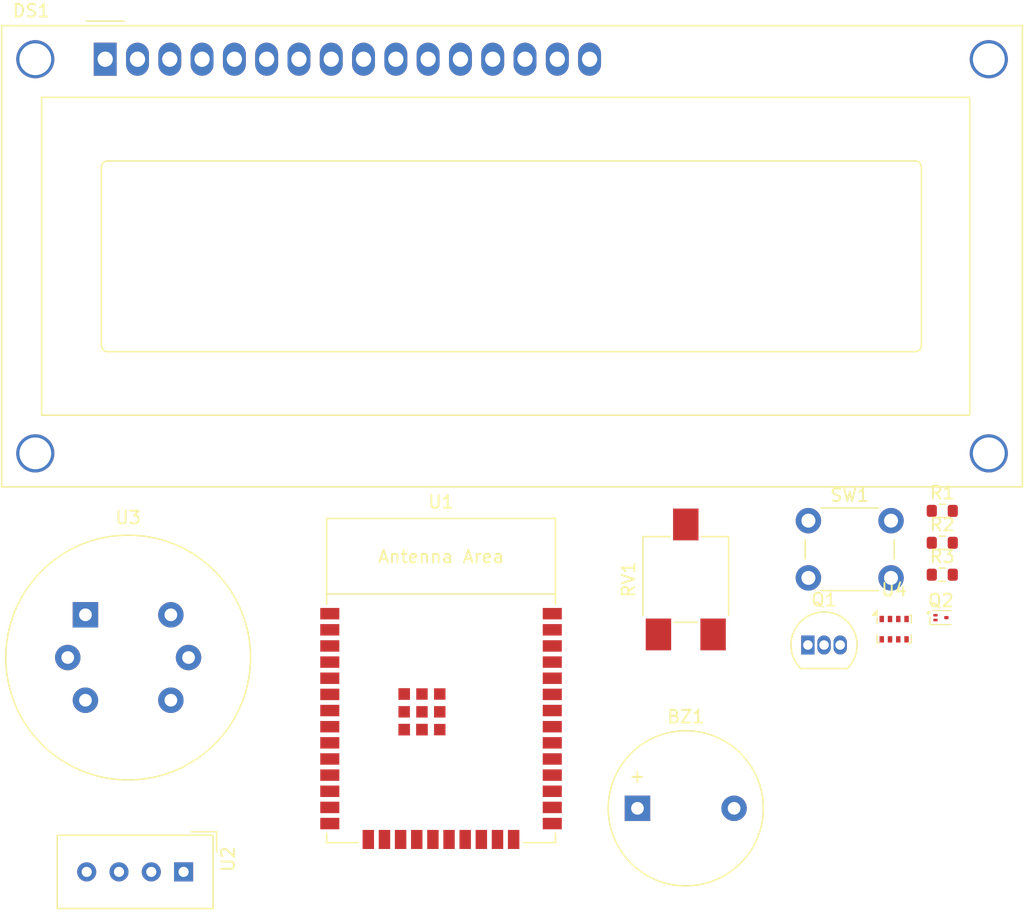
<source format=kicad_pcb>
(kicad_pcb (version 20240108) (generator "pcbnew") (generator_version "8.0")
  (layers (0 "F.Cu" signal) (31 "B.Cu" signal) (34 "B.Paste" user) (35 "F.Paste" user) (36 "B.SilkS" user "B.Silkscreen") (37 "F.SilkS" user "F.Silkscreen") (38 "B.Mask" user) (39 "F.Mask" user) (44 "Edge.Cuts" user))
  (net 0 "")
  (net 1 "GNDPWR")
  (net 2 "Net-(BZ1-+)")
  (net 3 "Net-(DS1-D4)")
  (net 4 "Net-(DS1-D7)")
  (net 6 "Net-(DS1-VDD)")
  (net 8 "Net-(DS1-VO)")
  (net 9 "Net-(DS1-D6)")
  (net 11 "Net-(DS1-D5)")
  (net 13 "Net-(DS1-R{slash}W)")
  (net 15 "Net-(DS1-E)")
  (net 16 "Net-(DS1-LED(+))")
  (net 17 "Net-(Q1-B)")
  (net 18 "Net-(Q2-B)")
  (net 19 "Net-(Q2-C)")
  (net 20 "Net-(U1-U0TXD{slash}GPIO1)")
  (net 21 "Net-(R1-Pad1)")
  (net 25 "Net-(U1-SENSOR_VP{slash}GPIO36{slash}ADC1_CH0)")
  (net 27 "Net-(U1-GPIO21)")
  (net 30 "Net-(U1-GPIO22)")
  (net 33 "Net-(U1-ADC2_CH0{slash}GPIO4)")
  (net 44 "Net-(U1-GPIO16)")
  (footprint "Button_Switch_THT:SW_PUSH_6mm" (layer "F.Cu") (at 164.145 105.375)
    (property "Reference" "SW1" (at 3.25 -2 0) (layer "F.SilkS"))
    (property "Value" "SW_Push")
    (fp_line (start -0.25 1.5) (end -0.25 3) (stroke (width 0.12)) (layer "F.SilkS"))
    (fp_line (start 1 5.5) (end 5.5 5.5) (stroke (width 0.12)) (layer "F.SilkS"))
    (fp_line (start 5.5 -1) (end 1 -1) (stroke (width 0.12)) (layer "F.SilkS"))
    (fp_line (start 6.75 3) (end 6.75 1.5) (stroke (width 0.12)) (layer "F.SilkS"))
    (pad "1" thru_hole circle (at 0 0 90) (size 2 2) (drill 1.1) (layers "*.Cu" "*.Mask") (net 6 "Net-(DS1-VDD)"))
    (pad "1" thru_hole circle (at 6.5 0 90) (size 2 2) (drill 1.1) (layers "*.Cu" "*.Mask") (net 6 "Net-(DS1-VDD)"))
    (pad "2" thru_hole circle (at 0 4.5 90) (size 2 2) (drill 1.1) (layers "*.Cu" "*.Mask") (net 21 "Net-(R1-Pad1)"))
    (pad "2" thru_hole circle (at 6.5 4.5 90) (size 2 2) (drill 1.1) (layers "*.Cu" "*.Mask") (net 21 "Net-(R1-Pad1)"))
  )
  (footprint "Package_TO_SOT_SMD:SOT-1123" (layer "F.Cu") (at 174.57 113)
    (property "Reference" "Q2" (at 0 -1.34 0) (layer "F.SilkS"))
    (property "Value" "BD249")
    (fp_line (start -0.86 -0.04) (end -0.86 0.55) (stroke (width 0.1)) (layer "F.SilkS"))
    (fp_line (start -0.86 0.55) (end 0.81 0.55) (stroke (width 0.1)) (layer "F.SilkS"))
    (fp_line (start 0.81 -0.55) (end -0.66 -0.55) (stroke (width 0.1)) (layer "F.SilkS"))
    (fp_circle (center -0.96 -0.39) (end -0.81 -0.39) (fill solid) (layer "F.SilkS"))
    (pad "1" smd roundrect (at -0.43 -0.19) (size 0.34 0.2) (layers "F.Cu" "F.Paste" "F.Mask") (net 18 "Net-(Q2-B)"))
    (pad "2" smd roundrect (at -0.43 0.19) (size 0.34 0.2) (layers "F.Cu" "F.Paste" "F.Mask") (net 19 "Net-(Q2-C)"))
    (pad "3" smd roundrect (at 0.43 0) (size 0.34 0.26) (layers "F.Cu" "F.Paste" "F.Mask") (net 1 "GNDPWR"))
  )
  (footprint "Sensor:MQ-6" (layer "F.Cu") (at 107.28 112.78)
    (property "Reference" "U3" (at 3.36 -7.64 0) (layer "F.SilkS"))
    (property "Value" "MQ-6")
    (fp_circle (center 3.36 3.36) (end 12.985 3.36) (stroke (width 0.12)) (fill none) (layer "F.SilkS"))
    (pad "1" thru_hole rect (at 0 0) (size 2 2) (drill 1) (layers "*.Cu" "*.Mask") (net 33 "Net-(U1-ADC2_CH0{slash}GPIO4)"))
    (pad "2" thru_hole circle (at -1.39 3.36) (size 2 2) (drill 1) (layers "*.Cu" "*.Mask") (net 6 "Net-(DS1-VDD)"))
    (pad "3" thru_hole circle (at 0 6.72 90) (size 2 2) (drill 1) (layers "*.Cu" "*.Mask"))
    (pad "4" thru_hole circle (at 6.72 6.72 180) (size 2 2) (drill 1) (layers "*.Cu" "*.Mask"))
    (pad "5" thru_hole circle (at 8.11 3.36) (size 2 2) (drill 1) (layers "*.Cu" "*.Mask") (net 1 "GNDPWR"))
    (pad "6" thru_hole circle (at 6.72 0 270) (size 2 2) (drill 1) (layers "*.Cu" "*.Mask") (net 25 "Net-(U1-SENSOR_VP{slash}GPIO36{slash}ADC1_CH0)"))
  )
  (footprint "Buzzer_Beeper:Buzzer_12x9.5RM7.6" (layer "F.Cu") (at 150.7 128)
    (property "Reference" "BZ1" (at 3.8 -7.2 0) (layer "F.SilkS"))
    (property "Value" "Buzzer")
    (fp_circle (center 3.8 0) (end 9.9 0) (stroke (width 0.12)) (fill none) (layer "F.SilkS"))
    (fp_text user "+" (at -0.01 -2.54 0) (layer "F.SilkS"))
    (pad "1" thru_hole rect (at 0 0) (size 2 2) (drill 1) (layers "*.Cu" "*.Mask") (net 2 "Net-(BZ1-+)"))
    (pad "2" thru_hole circle (at 7.6 0) (size 2 2) (drill 1) (layers "*.Cu" "*.Mask") (net 1 "GNDPWR"))
  )
  (footprint "Sensor:Aosong_DHT11_5.5x12.0_P2.54mm" (layer "F.Cu") (at 115 133 -90)
    (property "Reference" "U2" (at -1 -3.5 90) (layer "F.SilkS"))
    (property "Value" "DHT11")
    (fp_line (start -2.88 9.94) (end -2.88 -2.31) (stroke (width 0.12)) (layer "F.SilkS"))
    (fp_line (start 2.88 9.94) (end -2.88 9.94) (stroke (width 0.12)) (layer "F.SilkS"))
    (fp_line (start -2.87 -2.32) (end 2.87 -2.32) (stroke (width 0.12)) (layer "F.SilkS"))
    (fp_line (start 2.88 -2.32) (end 2.88 9.94) (stroke (width 0.12)) (layer "F.SilkS"))
    (fp_line (start -3.16 -2.6) (end -3.16 -0.6) (stroke (width 0.12)) (layer "F.SilkS"))
    (fp_line (start -3.16 -2.6) (end -1.55 -2.6) (stroke (width 0.12)) (layer "F.SilkS"))
    (pad "1" thru_hole rect (at 0 0 270) (size 1.5 1.5) (drill 0.8) (layers "*.Cu" "*.Mask") (net 6 "Net-(DS1-VDD)"))
    (pad "2" thru_hole circle (at 0 2.54 270) (size 1.5 1.5) (drill 0.8) (layers "*.Cu" "*.Mask") (net 44 "Net-(U1-GPIO16)"))
    (pad "3" thru_hole circle (at 0 5.08 270) (size 1.5 1.5) (drill 0.8) (layers "*.Cu" "*.Mask"))
    (pad "4" thru_hole circle (at 0 7.62 270) (size 1.5 1.5) (drill 0.8) (layers "*.Cu" "*.Mask") (net 1 "GNDPWR"))
  )
  (footprint "Resistor_SMD:R_0603_1608Metric" (layer "F.Cu") (at 174.675 104.605)
    (property "Reference" "R1" (at 0 -1.43 0) (layer "F.SilkS"))
    (property "Value" "100")
    (fp_line (start -0.237258 -0.5225) (end 0.237258 -0.5225) (stroke (width 0.12)) (layer "F.SilkS"))
    (fp_line (start -0.237258 0.5225) (end 0.237258 0.5225) (stroke (width 0.12)) (layer "F.SilkS"))
    (pad "1" smd roundrect (at -0.825 0) (size 0.8 0.95) (layers "F.Cu" "F.Paste" "F.Mask") (net 21 "Net-(R1-Pad1)"))
    (pad "2" smd roundrect (at 0.825 0) (size 0.8 0.95) (layers "F.Cu" "F.Paste" "F.Mask") (net 20 "Net-(U1-U0TXD{slash}GPIO1)"))
  )
  (footprint "Resistor_SMD:R_0603_1608Metric" (layer "F.Cu") (at 174.675 107.115)
    (property "Reference" "R2" (at 0 -1.43 0) (layer "F.SilkS"))
    (property "Value" "1000")
    (fp_line (start -0.237258 -0.5225) (end 0.237258 -0.5225) (stroke (width 0.12)) (layer "F.SilkS"))
    (fp_line (start -0.237258 0.5225) (end 0.237258 0.5225) (stroke (width 0.12)) (layer "F.SilkS"))
    (pad "1" smd roundrect (at -0.825 0) (size 0.8 0.95) (layers "F.Cu" "F.Paste" "F.Mask") (net 17 "Net-(Q1-B)"))
    (pad "2" smd roundrect (at 0.825 0) (size 0.8 0.95) (layers "F.Cu" "F.Paste" "F.Mask") (net 19 "Net-(Q2-C)"))
  )
  (footprint "Package_TO_SOT_THT:TO-92_Inline" (layer "F.Cu") (at 164.105 115.155)
    (property "Reference" "Q1" (at 1.27 -3.56 0) (layer "F.SilkS"))
    (property "Value" "2N3906")
    (fp_line (start -0.53 1.85) (end 3.07 1.85) (stroke (width 0.12)) (layer "F.SilkS"))
    (fp_arc (start -0.568478 1.838478) (mid -1.132087 -0.994977) (end 1.27 -2.6) (stroke (width 0.12)) (layer "F.SilkS"))
    (fp_arc (start 1.27 -2.6) (mid 3.672087 -0.994977) (end 3.108478 1.838478) (stroke (width 0.12)) (layer "F.SilkS"))
    (pad "1" thru_hole rect (at 0 0) (size 1.05 1.5) (drill 0.75) (layers "*.Cu" "*.Mask") (net 6 "Net-(DS1-VDD)"))
    (pad "2" thru_hole oval (at 1.27 0) (size 1.05 1.5) (drill 0.75) (layers "*.Cu" "*.Mask") (net 17 "Net-(Q1-B)"))
    (pad "3" thru_hole oval (at 2.54 0) (size 1.05 1.5) (drill 0.75) (layers "*.Cu" "*.Mask") (net 16 "Net-(DS1-LED(+))"))
  )
  (footprint "Resistor_SMD:R_0603_1608Metric" (layer "F.Cu") (at 174.675 109.625)
    (property "Reference" "R3" (at 0 -1.43 0) (layer "F.SilkS"))
    (property "Value" "10000")
    (fp_line (start -0.237258 -0.5225) (end 0.237258 -0.5225) (stroke (width 0.12)) (layer "F.SilkS"))
    (fp_line (start -0.237258 0.5225) (end 0.237258 0.5225) (stroke (width 0.12)) (layer "F.SilkS"))
    (pad "1" smd roundrect (at -0.825 0) (size 0.8 0.95) (layers "F.Cu" "F.Paste" "F.Mask") (net 19 "Net-(Q2-C)"))
    (pad "2" smd roundrect (at 0.825 0) (size 0.8 0.95) (layers "F.Cu" "F.Paste" "F.Mask") (net 6 "Net-(DS1-VDD)"))
  )
  (footprint "Display:WC1602A" (layer "F.Cu") (at 108.835 69.08)
    (property "Reference" "DS1" (at -5.82 -3.81 0) (layer "F.SilkS"))
    (property "Value" "WC1602A")
    (fp_line (start -8.14 -2.64) (end -8.14 33.64) (stroke (width 0.12)) (layer "F.SilkS"))
    (fp_line (start -8.14 33.64) (end 72.14 33.64) (stroke (width 0.12)) (layer "F.SilkS"))
    (fp_line (start -8.13 -2.64) (end -7.34 -2.64) (stroke (width 0.12)) (layer "F.SilkS"))
    (fp_line (start -5 3) (end 68 3) (stroke (width 0.12)) (layer "F.SilkS"))
    (fp_line (start -5 28) (end -5 3) (stroke (width 0.12)) (layer "F.SilkS"))
    (fp_line (start -1.5 -3) (end 1.5 -3) (stroke (width 0.12)) (layer "F.SilkS"))
    (fp_line (start -0.29972 22.49932) (end -0.29972 8.5) (stroke (width 0.12)) (layer "F.SilkS"))
    (fp_line (start 0.2 8) (end 63.7 8) (stroke (width 0.12)) (layer "F.SilkS"))
    (fp_line (start 63.70066 23) (end 0.2 23) (stroke (width 0.12)) (layer "F.SilkS"))
    (fp_line (start 64.2 8.5) (end 64.2 22.5) (stroke (width 0.12)) (layer "F.SilkS"))
    (fp_line (start 68 3) (end 68 28) (stroke (width 0.12)) (layer "F.SilkS"))
    (fp_line (start 68 28) (end -5 28) (stroke (width 0.12)) (layer "F.SilkS"))
    (fp_line (start 72.14 -2.64) (end -7.34 -2.64) (stroke (width 0.12)) (layer "F.SilkS"))
    (fp_line (start 72.14 33.64) (end 72.14 -2.64) (stroke (width 0.12)) (layer "F.SilkS"))
    (fp_arc (start -0.29972 8.49884) (mid -0.153162 8.145018) (end 0.20066 7.99846) (stroke (width 0.12)) (layer "F.SilkS"))
    (fp_arc (start 0.20066 22.9997) (mid -0.153162 22.853142) (end -0.29972 22.49932) (stroke (width 0.12)) (layer "F.SilkS"))
    (fp_arc (start 63.7 8) (mid 64.053553 8.146447) (end 64.2 8.5) (stroke (width 0.12)) (layer "F.SilkS"))
    (fp_arc (start 64.20104 22.49932) (mid 64.054473 22.853115) (end 63.70066 22.9997) (stroke (width 0.12)) (layer "F.SilkS"))
    (pad "" thru_hole circle (at -5.4991 0) (size 3 3) (drill 2.5) (layers "*.Cu" "*.Mask"))
    (pad "" thru_hole circle (at -5.4991 31.0007) (size 3 3) (drill 2.5) (layers "*.Cu" "*.Mask"))
    (pad "" thru_hole circle (at 69.49948 31.0007) (size 3 3) (drill 2.5) (layers "*.Cu" "*.Mask"))
    (pad "" thru_hole circle (at 69.5 0) (size 3 3) (drill 2.5) (layers "*.Cu" "*.Mask"))
    (pad "1" thru_hole rect (at 0 0) (size 1.8 2.6) (drill 1.2) (layers "*.Cu" "*.Mask") (net 1 "GNDPWR"))
    (pad "2" thru_hole oval (at 2.54 0) (size 1.8 2.6) (drill 1.2) (layers "*.Cu" "*.Mask") (net 6 "Net-(DS1-VDD)"))
    (pad "3" thru_hole oval (at 5.08 0) (size 1.8 2.6) (drill 1.2) (layers "*.Cu" "*.Mask") (net 8 "Net-(DS1-VO)"))
    (pad "4" thru_hole oval (at 7.62 0) (size 1.8 2.6) (drill 1.2) (layers "*.Cu" "*.Mask"))
    (pad "5" thru_hole oval (at 10.16 0) (size 1.8 2.6) (drill 1.2) (layers "*.Cu" "*.Mask") (net 13 "Net-(DS1-R{slash}W)"))
    (pad "6" thru_hole oval (at 12.7 0) (size 1.8 2.6) (drill 1.2) (layers "*.Cu" "*.Mask") (net 15 "Net-(DS1-E)"))
    (pad "7" thru_hole oval (at 15.24 0) (size 1.8 2.6) (drill 1.2) (layers "*.Cu" "*.Mask"))
    (pad "8" thru_hole oval (at 17.78 0) (size 1.8 2.6) (drill 1.2) (layers "*.Cu" "*.Mask"))
    (pad "9" thru_hole oval (at 20.32 0) (size 1.8 2.6) (drill 1.2) (layers "*.Cu" "*.Mask"))
    (pad "10" thru_hole oval (at 22.86 0) (size 1.8 2.6) (drill 1.2) (layers "*.Cu" "*.Mask"))
    (pad "11" thru_hole oval (at 25.4 0) (size 1.8 2.6) (drill 1.2) (layers "*.Cu" "*.Mask") (net 3 "Net-(DS1-D4)"))
    (pad "12" thru_hole oval (at 27.94 0) (size 1.8 2.6) (drill 1.2) (layers "*.Cu" "*.Mask") (net 11 "Net-(DS1-D5)"))
    (pad "13" thru_hole oval (at 30.48 0) (size 1.8 2.6) (drill 1.2) (layers "*.Cu" "*.Mask") (net 9 "Net-(DS1-D6)"))
    (pad "14" thru_hole oval (at 33.02 0) (size 1.8 2.6) (drill 1.2) (layers "*.Cu" "*.Mask") (net 4 "Net-(DS1-D7)"))
    (pad "15" thru_hole oval (at 35.56 0) (size 1.8 2.6) (drill 1.2) (layers "*.Cu" "*.Mask") (net 16 "Net-(DS1-LED(+))"))
    (pad "16" thru_hole oval (at 38.1 0) (size 1.8 2.6) (drill 1.2) (layers "*.Cu" "*.Mask") (net 1 "GNDPWR"))
  )
  (footprint "PCM_Espressif:ESP32-WROOM-32E" (layer "F.Cu") (at 135.25 119.7)
    (property "Reference" "U1" (at 0 -15.8 0) (layer "F.SilkS"))
    (property "Value" "ESP32-WROOM-E")
    (fp_line (start -9 -14.5) (end -9 -7.75) (stroke (width 0.12)) (layer "F.SilkS"))
    (fp_line (start -9 -14.5) (end 9 -14.5) (stroke (width 0.12)) (layer "F.SilkS"))
    (fp_line (start -9 10.25) (end -9 11) (stroke (width 0.12)) (layer "F.SilkS"))
    (fp_line (start -9 11) (end -8.25 11) (stroke (width 0.12)) (layer "F.SilkS"))
    (fp_line (start -8.25 11) (end -6.5 11) (stroke (width 0.12)) (layer "F.SilkS"))
    (fp_line (start 8.25 11) (end 6.5 11) (stroke (width 0.12)) (layer "F.SilkS"))
    (fp_line (start 9 -14.5) (end 9 -7.75) (stroke (width 0.12)) (layer "F.SilkS"))
    (fp_line (start 9 -8.56) (end -9 -8.56) (stroke (width 0.12)) (layer "F.SilkS"))
    (fp_line (start 9 10.25) (end 9 11) (stroke (width 0.12)) (layer "F.SilkS"))
    (fp_line (start 9 11) (end 8.25 11) (stroke (width 0.12)) (layer "F.SilkS"))
    (fp_text user "Antenna Area" (at 0 -11.5 0) (layer "F.SilkS"))
    (pad "1" smd rect (at -8.75 -7.01) (size 1.5 0.9) (layers "F.Cu" "F.Paste" "F.Mask") (net 1 "GNDPWR"))
    (pad "2" smd rect (at -8.75 -5.74) (size 1.5 0.9) (layers "F.Cu" "F.Paste" "F.Mask") (net 6 "Net-(DS1-VDD)"))
    (pad "3" smd rect (at -8.75 -4.47) (size 1.5 0.9) (layers "F.Cu" "F.Paste" "F.Mask"))
    (pad "4" smd rect (at -8.75 -3.2) (size 1.5 0.9) (layers "F.Cu" "F.Paste" "F.Mask") (net 25 "Net-(U1-SENSOR_VP{slash}GPIO36{slash}ADC1_CH0)"))
    (pad "5" smd rect (at -8.75 -1.93) (size 1.5 0.9) (layers "F.Cu" "F.Paste" "F.Mask"))
    (pad "6" smd rect (at -8.75 -0.66) (size 1.5 0.9) (layers "F.Cu" "F.Paste" "F.Mask"))
    (pad "7" smd rect (at -8.75 0.61) (size 1.5 0.9) (layers "F.Cu" "F.Paste" "F.Mask"))
    (pad "8" smd rect (at -8.75 1.88) (size 1.5 0.9) (layers "F.Cu" "F.Paste" "F.Mask"))
    (pad "9" smd rect (at -8.75 3.15) (size 1.5 0.9) (layers "F.Cu" "F.Paste" "F.Mask"))
    (pad "10" smd rect (at -8.75 4.42) (size 1.5 0.9) (layers "F.Cu" "F.Paste" "F.Mask") (net 4 "Net-(DS1-D7)"))
    (pad "11" smd rect (at -8.75 5.69) (size 1.5 0.9) (layers "F.Cu" "F.Paste" "F.Mask") (net 13 "Net-(DS1-R{slash}W)"))
    (pad "12" smd rect (at -8.75 6.96) (size 1.5 0.9) (layers "F.Cu" "F.Paste" "F.Mask"))
    (pad "13" smd rect (at -8.75 8.23) (size 1.5 0.9) (layers "F.Cu" "F.Paste" "F.Mask") (net 11 "Net-(DS1-D5)"))
    (pad "14" smd rect (at -8.75 9.5) (size 1.5 0.9) (layers "F.Cu" "F.Paste" "F.Mask") (net 2 "Net-(BZ1-+)"))
    (pad "15" smd rect (at -5.72 10.75 90) (size 1.5 0.9) (layers "F.Cu" "F.Paste" "F.Mask") (net 1 "GNDPWR"))
    (pad "16" smd rect (at -4.45 10.75 90) (size 1.5 0.9) (layers "F.Cu" "F.Paste" "F.Mask") (net 9 "Net-(DS1-D6)"))
    (pad "17" smd rect (at -3.18 10.75 90) (size 1.5 0.9) (layers "F.Cu" "F.Paste" "F.Mask"))
    (pad "18" smd rect (at -1.91 10.75 90) (size 1.5 0.9) (layers "F.Cu" "F.Paste" "F.Mask"))
    (pad "19" smd rect (at -0.64 10.75 90) (size 1.5 0.9) (layers "F.Cu" "F.Paste" "F.Mask"))
    (pad "20" smd rect (at 0.63 10.75 90) (size 1.5 0.9) (layers "F.Cu" "F.Paste" "F.Mask"))
    (pad "21" smd rect (at 1.9 10.75 90) (size 1.5 0.9) (layers "F.Cu" "F.Paste" "F.Mask"))
    (pad "22" smd rect (at 3.17 10.75 90) (size 1.5 0.9) (layers "F.Cu" "F.Paste" "F.Mask"))
    (pad "23" smd rect (at 4.44 10.75 90) (size 1.5 0.9) (layers "F.Cu" "F.Paste" "F.Mask") (net 18 "Net-(Q2-B)"))
    (pad "24" smd rect (at 5.71 10.75 90) (size 1.5 0.9) (layers "F.Cu" "F.Paste" "F.Mask") (net 15 "Net-(DS1-E)"))
    (pad "25" smd rect (at 8.75 9.5 180) (size 1.5 0.9) (layers "F.Cu" "F.Paste" "F.Mask"))
    (pad "26" smd rect (at 8.75 8.23 180) (size 1.5 0.9) (layers "F.Cu" "F.Paste" "F.Mask") (net 33 "Net-(U1-ADC2_CH0{slash}GPIO4)"))
    (pad "27" smd rect (at 8.75 6.96 180) (size 1.5 0.9) (layers "F.Cu" "F.Paste" "F.Mask") (net 44 "Net-(U1-GPIO16)"))
    (pad "28" smd rect (at 8.75 5.69 180) (size 1.5 0.9) (layers "F.Cu" "F.Paste" "F.Mask") (net 3 "Net-(DS1-D4)"))
    (pad "29" smd rect (at 8.75 4.42 180) (size 1.5 0.9) (layers "F.Cu" "F.Paste" "F.Mask"))
    (pad "30" smd rect (at 8.75 3.15 180) (size 1.5 0.9) (layers "F.Cu" "F.Paste" "F.Mask"))
    (pad "31" smd rect (at 8.75 1.88 180) (size 1.5 0.9) (layers "F.Cu" "F.Paste" "F.Mask"))
    (pad "32" smd rect (at 8.75 0.61 180) (size 1.5 0.9) (layers "F.Cu" "F.Paste" "F.Mask"))
    (pad "33" smd rect (at 8.75 -0.66 180) (size 1.5 0.9) (layers "F.Cu" "F.Paste" "F.Mask") (net 27 "Net-(U1-GPIO21)"))
    (pad "34" smd rect (at 8.75 -1.93 180) (size 1.5 0.9) (layers "F.Cu" "F.Paste" "F.Mask"))
    (pad "35" smd rect (at 8.75 -3.2 180) (size 1.5 0.9) (layers "F.Cu" "F.Paste" "F.Mask") (net 20 "Net-(U1-U0TXD{slash}GPIO1)"))
    (pad "36" smd rect (at 8.75 -4.47 180) (size 1.5 0.9) (layers "F.Cu" "F.Paste" "F.Mask") (net 30 "Net-(U1-GPIO22)"))
    (pad "37" smd rect (at 8.75 -5.74 180) (size 1.5 0.9) (layers "F.Cu" "F.Paste" "F.Mask"))
    (pad "38" smd rect (at 8.75 -7.01 180) (size 1.5 0.9) (layers "F.Cu" "F.Paste" "F.Mask") (net 1 "GNDPWR"))
    (pad "39" smd rect (at -2.9 -0.69 180) (size 0.9 0.9) (layers "F.Cu" "F.Paste" "F.Mask"))
    (pad "39" smd rect (at -2.9 -0.69 180) (size 0.9 0.9) (layers "F.Cu" "F.Paste" "F.Mask"))
    (pad "39" smd rect (at -2.9 0.71 180) (size 0.9 0.9) (layers "F.Cu" "F.Paste" "F.Mask"))
    (pad "39" smd rect (at -2.9 2.11 180) (size 0.9 0.9) (layers "F.Cu" "F.Paste" "F.Mask"))
    (pad "39" smd rect (at -2.9 2.11 180) (size 0.9 0.9) (layers "F.Cu" "F.Paste" "F.Mask"))
    (pad "39" smd rect (at -1.5 -0.69 180) (size 0.9 0.9) (layers "F.Cu" "F.Paste" "F.Mask"))
    (pad "39" smd rect (at -1.5 0.71 180) (size 0.9 0.9) (layers "F.Cu" "F.Paste" "F.Mask"))
    (pad "39" smd rect (at -1.5 2.11 180) (size 0.9 0.9) (layers "F.Cu" "F.Paste" "F.Mask"))
    (pad "39" smd rect (at -1.5 2.11 180) (size 0.9 0.9) (layers "F.Cu" "F.Paste" "F.Mask"))
    (pad "39" smd rect (at -0.1 -0.69 180) (size 0.9 0.9) (layers "F.Cu" "F.Paste" "F.Mask"))
    (pad "39" smd rect (at -0.1 0.71 180) (size 0.9 0.9) (layers "F.Cu" "F.Paste" "F.Mask"))
    (pad "39" smd rect (at -0.1 2.11 180) (size 0.9 0.9) (layers "F.Cu" "F.Paste" "F.Mask"))
  )
  (footprint "Package_LGA:Bosch_LGA-8_2x2.5mm_P0.65mm_ClockwisePinNumbering" (layer "F.Cu") (at 170.89 113.91)
    (property "Reference" "U4" (at 0 -3.1 0) (layer "F.SilkS"))
    (property "Value" "BMP280")
    (fp_line (start -1.35 -0.46) (end -1.35 -0.9) (stroke (width 0.1)) (layer "F.SilkS"))
    (fp_line (start -1.35 1.1) (end -1.35 0.46) (stroke (width 0.1)) (layer "F.SilkS"))
    (fp_line (start -1.35 1.1) (end -1.2 1.1) (stroke (width 0.1)) (layer "F.SilkS"))
    (fp_line (start 1.075 1.075) (end 1.225 1.075) (stroke (width 0.1)) (layer "F.SilkS"))
    (fp_line (start 1.2 -1.1) (end 1.35 -1.1) (stroke (width 0.1)) (layer "F.SilkS"))
    (fp_line (start 1.35 -0.46) (end 1.35 -1.1) (stroke (width 0.1)) (layer "F.SilkS"))
    (fp_line (start 1.35 1.1) (end 1.35 0.46) (stroke (width 0.1)) (layer "F.SilkS"))
    (fp_poly (pts (xy -1.35 -1.1) (xy -1.71 -1.1) (xy -1.35 -1.46) (xy -1.35 -1.1)) (stroke (width 0.1)) (fill solid) (layer "F.SilkS"))
    (pad "1" smd rect (at -0.975 -0.8 90) (size 0.5 0.35) (layers "F.Cu" "F.Paste" "F.Mask"))
    (pad "2" smd rect (at -0.325 -0.8 90) (size 0.5 0.35) (layers "F.Cu" "F.Paste" "F.Mask"))
    (pad "3" smd rect (at 0.325 -0.8 90) (size 0.5 0.35) (layers "F.Cu" "F.Paste" "F.Mask") (net 30 "Net-(U1-GPIO22)"))
    (pad "4" smd rect (at 0.975 -0.8 90) (size 0.5 0.35) (layers "F.Cu" "F.Paste" "F.Mask") (net 27 "Net-(U1-GPIO21)"))
    (pad "5" smd rect (at 0.975 0.8 90) (size 0.5 0.35) (layers "F.Cu" "F.Paste" "F.Mask"))
    (pad "6" smd rect (at 0.325 0.8 90) (size 0.5 0.35) (layers "F.Cu" "F.Paste" "F.Mask"))
    (pad "7" smd rect (at -0.325 0.8 90) (size 0.5 0.35) (layers "F.Cu" "F.Paste" "F.Mask") (net 1 "GNDPWR"))
    (pad "8" smd rect (at -0.975 0.8 90) (size 0.5 0.35) (layers "F.Cu" "F.Paste" "F.Mask") (net 6 "Net-(DS1-VDD)"))
  )
  (footprint "Potentiometer_SMD:Potentiometer_ACP_CA6-VSMD_Vertical" (layer "F.Cu") (at 154.5 110 90)
    (property "Reference" "RV1" (at 0 -4.5 270) (layer "F.SilkS"))
    (property "Value" "R_Potentiometer_Small")
    (fp_line (start 3.37 -3.371) (end 3.37 -1.24) (stroke (width 0.12)) (layer "F.SilkS"))
    (fp_line (start -2.834 -3.371) (end 3.37 -3.371) (stroke (width 0.12)) (layer "F.SilkS"))
    (fp_line (start -3.37 -0.909) (end -3.37 0.91) (stroke (width 0.12)) (layer "F.SilkS"))
    (fp_line (start 3.37 1.24) (end 3.37 3.37) (stroke (width 0.12)) (layer "F.SilkS"))
    (fp_line (start -2.834 3.37) (end 3.37 3.37) (stroke (width 0.12)) (layer "F.SilkS"))
    (pad "1" smd rect (at -4.325 2.15 90) (size 2.5 2) (layers "F.Cu" "F.Paste" "F.Mask") (net 6 "Net-(DS1-VDD)"))
    (pad "2" smd rect (at 4.325 0 90) (size 2.5 2) (layers "F.Cu" "F.Paste" "F.Mask") (net 8 "Net-(DS1-VO)"))
    (pad "3" smd rect (at -4.325 -2.15 90) (size 2.5 2) (layers "F.Cu" "F.Paste" "F.Mask") (net 1 "GNDPWR"))
  )
)
</source>
